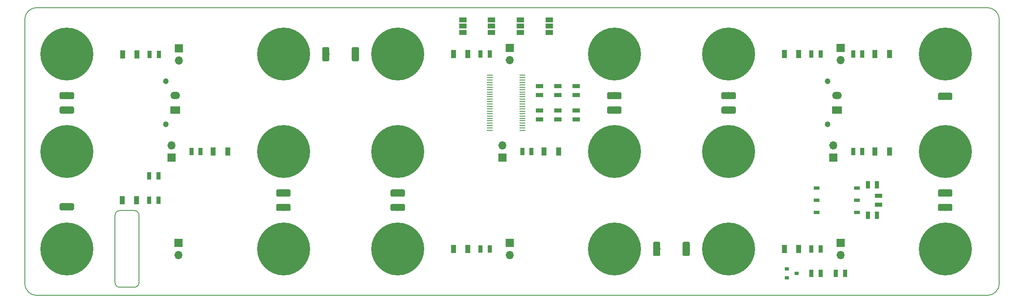
<source format=gbr>
%TF.GenerationSoftware,KiCad,Pcbnew,(5.0.0-rc2-dev-632-g76d3b6f04)*%
%TF.CreationDate,2018-06-22T20:28:34+02:00*%
%TF.ProjectId,CellsBoard,43656C6C73426F6172642E6B69636164,rev?*%
%TF.SameCoordinates,Original*%
%TF.FileFunction,Soldermask,Top*%
%TF.FilePolarity,Negative*%
%FSLAX46Y46*%
G04 Gerber Fmt 4.6, Leading zero omitted, Abs format (unit mm)*
G04 Created by KiCad (PCBNEW (5.0.0-rc2-dev-632-g76d3b6f04)) date 06/22/18 20:28:34*
%MOMM*%
%LPD*%
G01*
G04 APERTURE LIST*
%ADD10C,0.150000*%
%ADD11C,11.000000*%
%ADD12C,0.900000*%
%ADD13C,1.500000*%
%ADD14O,2.000000X1.500000*%
%ADD15R,2.000000X1.500000*%
%ADD16C,1.200000*%
%ADD17R,1.250000X0.250000*%
%ADD18R,1.300000X0.750000*%
%ADD19O,1.700000X1.700000*%
%ADD20R,1.700000X1.700000*%
%ADD21R,1.500000X0.970000*%
%ADD22R,0.970000X1.500000*%
%ADD23R,1.070000X1.800000*%
%ADD24R,1.500000X1.000000*%
%ADD25R,0.900000X0.800000*%
G04 APERTURE END LIST*
D10*
X69750000Y-132300000D02*
X72750000Y-132300000D01*
X68750000Y-147300000D02*
X68750000Y-133300000D01*
X72750000Y-148300000D02*
X69750000Y-148300000D01*
X73750000Y-133300000D02*
X73750000Y-147300000D01*
X69750000Y-148300000D02*
G75*
G02X68750000Y-147300000I0J1000000D01*
G01*
X68750000Y-133300000D02*
G75*
G02X69750000Y-132300000I1000000J0D01*
G01*
X72750000Y-132300000D02*
G75*
G02X73750000Y-133300000I0J-1000000D01*
G01*
X73750000Y-147300000D02*
G75*
G02X72750000Y-148300000I-1000000J0D01*
G01*
X250000000Y-90000000D02*
X52500000Y-90000000D01*
X250000000Y-90000000D02*
G75*
G02X252500000Y-92500000I0J-2500000D01*
G01*
X252500000Y-147500000D02*
X252500000Y-92500000D01*
X252500000Y-147500000D02*
G75*
G02X250000000Y-150000000I-2500000J0D01*
G01*
X52500000Y-150000000D02*
X250000000Y-150000000D01*
X52500000Y-150000000D02*
G75*
G02X50000000Y-147500000I0J2500000D01*
G01*
X50000000Y-92500000D02*
X50000000Y-147500000D01*
X50000000Y-92500000D02*
G75*
G02X52500000Y-90000000I2500000J0D01*
G01*
D11*
X103750000Y-99700000D03*
D12*
X107875000Y-99700000D03*
X106676815Y-102626815D03*
X103750000Y-103825000D03*
X100823185Y-102626815D03*
X99625000Y-99700000D03*
X100823185Y-96773185D03*
X103750000Y-95575000D03*
X106676815Y-96773185D03*
X131625000Y-99700000D03*
X123375000Y-99700000D03*
X127500000Y-103825000D03*
X124573185Y-96773185D03*
X130426815Y-96773185D03*
X130426815Y-102626815D03*
X127500000Y-95575000D03*
X124573185Y-102626815D03*
D11*
X127500000Y-99700000D03*
D10*
G36*
X119111756Y-98201806D02*
X119148159Y-98207206D01*
X119183857Y-98216147D01*
X119218506Y-98228545D01*
X119251774Y-98244280D01*
X119283339Y-98263199D01*
X119312897Y-98285121D01*
X119340165Y-98309835D01*
X119364879Y-98337103D01*
X119386801Y-98366661D01*
X119405720Y-98398226D01*
X119421455Y-98431494D01*
X119433853Y-98466143D01*
X119442794Y-98501841D01*
X119448194Y-98538244D01*
X119450000Y-98575000D01*
X119450000Y-100825000D01*
X119448194Y-100861756D01*
X119442794Y-100898159D01*
X119433853Y-100933857D01*
X119421455Y-100968506D01*
X119405720Y-101001774D01*
X119386801Y-101033339D01*
X119364879Y-101062897D01*
X119340165Y-101090165D01*
X119312897Y-101114879D01*
X119283339Y-101136801D01*
X119251774Y-101155720D01*
X119218506Y-101171455D01*
X119183857Y-101183853D01*
X119148159Y-101192794D01*
X119111756Y-101198194D01*
X119075000Y-101200000D01*
X118325000Y-101200000D01*
X118288244Y-101198194D01*
X118251841Y-101192794D01*
X118216143Y-101183853D01*
X118181494Y-101171455D01*
X118148226Y-101155720D01*
X118116661Y-101136801D01*
X118087103Y-101114879D01*
X118059835Y-101090165D01*
X118035121Y-101062897D01*
X118013199Y-101033339D01*
X117994280Y-101001774D01*
X117978545Y-100968506D01*
X117966147Y-100933857D01*
X117957206Y-100898159D01*
X117951806Y-100861756D01*
X117950000Y-100825000D01*
X117950000Y-98575000D01*
X117951806Y-98538244D01*
X117957206Y-98501841D01*
X117966147Y-98466143D01*
X117978545Y-98431494D01*
X117994280Y-98398226D01*
X118013199Y-98366661D01*
X118035121Y-98337103D01*
X118059835Y-98309835D01*
X118087103Y-98285121D01*
X118116661Y-98263199D01*
X118148226Y-98244280D01*
X118181494Y-98228545D01*
X118216143Y-98216147D01*
X118251841Y-98207206D01*
X118288244Y-98201806D01*
X118325000Y-98200000D01*
X119075000Y-98200000D01*
X119111756Y-98201806D01*
X119111756Y-98201806D01*
G37*
D13*
X118700000Y-99700000D03*
D10*
G36*
X112961756Y-98201806D02*
X112998159Y-98207206D01*
X113033857Y-98216147D01*
X113068506Y-98228545D01*
X113101774Y-98244280D01*
X113133339Y-98263199D01*
X113162897Y-98285121D01*
X113190165Y-98309835D01*
X113214879Y-98337103D01*
X113236801Y-98366661D01*
X113255720Y-98398226D01*
X113271455Y-98431494D01*
X113283853Y-98466143D01*
X113292794Y-98501841D01*
X113298194Y-98538244D01*
X113300000Y-98575000D01*
X113300000Y-100825000D01*
X113298194Y-100861756D01*
X113292794Y-100898159D01*
X113283853Y-100933857D01*
X113271455Y-100968506D01*
X113255720Y-101001774D01*
X113236801Y-101033339D01*
X113214879Y-101062897D01*
X113190165Y-101090165D01*
X113162897Y-101114879D01*
X113133339Y-101136801D01*
X113101774Y-101155720D01*
X113068506Y-101171455D01*
X113033857Y-101183853D01*
X112998159Y-101192794D01*
X112961756Y-101198194D01*
X112925000Y-101200000D01*
X112175000Y-101200000D01*
X112138244Y-101198194D01*
X112101841Y-101192794D01*
X112066143Y-101183853D01*
X112031494Y-101171455D01*
X111998226Y-101155720D01*
X111966661Y-101136801D01*
X111937103Y-101114879D01*
X111909835Y-101090165D01*
X111885121Y-101062897D01*
X111863199Y-101033339D01*
X111844280Y-101001774D01*
X111828545Y-100968506D01*
X111816147Y-100933857D01*
X111807206Y-100898159D01*
X111801806Y-100861756D01*
X111800000Y-100825000D01*
X111800000Y-98575000D01*
X111801806Y-98538244D01*
X111807206Y-98501841D01*
X111816147Y-98466143D01*
X111828545Y-98431494D01*
X111844280Y-98398226D01*
X111863199Y-98366661D01*
X111885121Y-98337103D01*
X111909835Y-98309835D01*
X111937103Y-98285121D01*
X111966661Y-98263199D01*
X111998226Y-98244280D01*
X112031494Y-98228545D01*
X112066143Y-98216147D01*
X112101841Y-98207206D01*
X112138244Y-98201806D01*
X112175000Y-98200000D01*
X112925000Y-98200000D01*
X112961756Y-98201806D01*
X112961756Y-98201806D01*
G37*
D13*
X112550000Y-99700000D03*
D11*
X172500000Y-140300000D03*
D12*
X176625000Y-140300000D03*
X175426815Y-143226815D03*
X172500000Y-144425000D03*
X169573185Y-143226815D03*
X168375000Y-140300000D03*
X169573185Y-137373185D03*
X172500000Y-136175000D03*
X175426815Y-137373185D03*
X200375000Y-140300000D03*
X192125000Y-140300000D03*
X196250000Y-144425000D03*
X193323185Y-137373185D03*
X199176815Y-137373185D03*
X199176815Y-143226815D03*
X196250000Y-136175000D03*
X193323185Y-143226815D03*
D11*
X196250000Y-140300000D03*
D10*
G36*
X187861756Y-138801806D02*
X187898159Y-138807206D01*
X187933857Y-138816147D01*
X187968506Y-138828545D01*
X188001774Y-138844280D01*
X188033339Y-138863199D01*
X188062897Y-138885121D01*
X188090165Y-138909835D01*
X188114879Y-138937103D01*
X188136801Y-138966661D01*
X188155720Y-138998226D01*
X188171455Y-139031494D01*
X188183853Y-139066143D01*
X188192794Y-139101841D01*
X188198194Y-139138244D01*
X188200000Y-139175000D01*
X188200000Y-141425000D01*
X188198194Y-141461756D01*
X188192794Y-141498159D01*
X188183853Y-141533857D01*
X188171455Y-141568506D01*
X188155720Y-141601774D01*
X188136801Y-141633339D01*
X188114879Y-141662897D01*
X188090165Y-141690165D01*
X188062897Y-141714879D01*
X188033339Y-141736801D01*
X188001774Y-141755720D01*
X187968506Y-141771455D01*
X187933857Y-141783853D01*
X187898159Y-141792794D01*
X187861756Y-141798194D01*
X187825000Y-141800000D01*
X187075000Y-141800000D01*
X187038244Y-141798194D01*
X187001841Y-141792794D01*
X186966143Y-141783853D01*
X186931494Y-141771455D01*
X186898226Y-141755720D01*
X186866661Y-141736801D01*
X186837103Y-141714879D01*
X186809835Y-141690165D01*
X186785121Y-141662897D01*
X186763199Y-141633339D01*
X186744280Y-141601774D01*
X186728545Y-141568506D01*
X186716147Y-141533857D01*
X186707206Y-141498159D01*
X186701806Y-141461756D01*
X186700000Y-141425000D01*
X186700000Y-139175000D01*
X186701806Y-139138244D01*
X186707206Y-139101841D01*
X186716147Y-139066143D01*
X186728545Y-139031494D01*
X186744280Y-138998226D01*
X186763199Y-138966661D01*
X186785121Y-138937103D01*
X186809835Y-138909835D01*
X186837103Y-138885121D01*
X186866661Y-138863199D01*
X186898226Y-138844280D01*
X186931494Y-138828545D01*
X186966143Y-138816147D01*
X187001841Y-138807206D01*
X187038244Y-138801806D01*
X187075000Y-138800000D01*
X187825000Y-138800000D01*
X187861756Y-138801806D01*
X187861756Y-138801806D01*
G37*
D13*
X187450000Y-140300000D03*
D10*
G36*
X181711756Y-138801806D02*
X181748159Y-138807206D01*
X181783857Y-138816147D01*
X181818506Y-138828545D01*
X181851774Y-138844280D01*
X181883339Y-138863199D01*
X181912897Y-138885121D01*
X181940165Y-138909835D01*
X181964879Y-138937103D01*
X181986801Y-138966661D01*
X182005720Y-138998226D01*
X182021455Y-139031494D01*
X182033853Y-139066143D01*
X182042794Y-139101841D01*
X182048194Y-139138244D01*
X182050000Y-139175000D01*
X182050000Y-141425000D01*
X182048194Y-141461756D01*
X182042794Y-141498159D01*
X182033853Y-141533857D01*
X182021455Y-141568506D01*
X182005720Y-141601774D01*
X181986801Y-141633339D01*
X181964879Y-141662897D01*
X181940165Y-141690165D01*
X181912897Y-141714879D01*
X181883339Y-141736801D01*
X181851774Y-141755720D01*
X181818506Y-141771455D01*
X181783857Y-141783853D01*
X181748159Y-141792794D01*
X181711756Y-141798194D01*
X181675000Y-141800000D01*
X180925000Y-141800000D01*
X180888244Y-141798194D01*
X180851841Y-141792794D01*
X180816143Y-141783853D01*
X180781494Y-141771455D01*
X180748226Y-141755720D01*
X180716661Y-141736801D01*
X180687103Y-141714879D01*
X180659835Y-141690165D01*
X180635121Y-141662897D01*
X180613199Y-141633339D01*
X180594280Y-141601774D01*
X180578545Y-141568506D01*
X180566147Y-141533857D01*
X180557206Y-141498159D01*
X180551806Y-141461756D01*
X180550000Y-141425000D01*
X180550000Y-139175000D01*
X180551806Y-139138244D01*
X180557206Y-139101841D01*
X180566147Y-139066143D01*
X180578545Y-139031494D01*
X180594280Y-138998226D01*
X180613199Y-138966661D01*
X180635121Y-138937103D01*
X180659835Y-138909835D01*
X180687103Y-138885121D01*
X180716661Y-138863199D01*
X180748226Y-138844280D01*
X180781494Y-138828545D01*
X180816143Y-138816147D01*
X180851841Y-138807206D01*
X180888244Y-138801806D01*
X180925000Y-138800000D01*
X181675000Y-138800000D01*
X181711756Y-138801806D01*
X181711756Y-138801806D01*
G37*
D13*
X181300000Y-140300000D03*
D11*
X103750000Y-120000000D03*
D12*
X103750000Y-124125000D03*
X100823185Y-122926815D03*
X99625000Y-120000000D03*
X100823185Y-117073185D03*
X103750000Y-115875000D03*
X106676815Y-117073185D03*
X107875000Y-120000000D03*
X106676815Y-122926815D03*
X103750000Y-144425000D03*
X103750000Y-136175000D03*
X99625000Y-140300000D03*
X106676815Y-137373185D03*
X106676815Y-143226815D03*
X100823185Y-143226815D03*
X107875000Y-140300000D03*
X100823185Y-137373185D03*
D11*
X103750000Y-140300000D03*
D10*
G36*
X104911756Y-130901806D02*
X104948159Y-130907206D01*
X104983857Y-130916147D01*
X105018506Y-130928545D01*
X105051774Y-130944280D01*
X105083339Y-130963199D01*
X105112897Y-130985121D01*
X105140165Y-131009835D01*
X105164879Y-131037103D01*
X105186801Y-131066661D01*
X105205720Y-131098226D01*
X105221455Y-131131494D01*
X105233853Y-131166143D01*
X105242794Y-131201841D01*
X105248194Y-131238244D01*
X105250000Y-131275000D01*
X105250000Y-132025000D01*
X105248194Y-132061756D01*
X105242794Y-132098159D01*
X105233853Y-132133857D01*
X105221455Y-132168506D01*
X105205720Y-132201774D01*
X105186801Y-132233339D01*
X105164879Y-132262897D01*
X105140165Y-132290165D01*
X105112897Y-132314879D01*
X105083339Y-132336801D01*
X105051774Y-132355720D01*
X105018506Y-132371455D01*
X104983857Y-132383853D01*
X104948159Y-132392794D01*
X104911756Y-132398194D01*
X104875000Y-132400000D01*
X102625000Y-132400000D01*
X102588244Y-132398194D01*
X102551841Y-132392794D01*
X102516143Y-132383853D01*
X102481494Y-132371455D01*
X102448226Y-132355720D01*
X102416661Y-132336801D01*
X102387103Y-132314879D01*
X102359835Y-132290165D01*
X102335121Y-132262897D01*
X102313199Y-132233339D01*
X102294280Y-132201774D01*
X102278545Y-132168506D01*
X102266147Y-132133857D01*
X102257206Y-132098159D01*
X102251806Y-132061756D01*
X102250000Y-132025000D01*
X102250000Y-131275000D01*
X102251806Y-131238244D01*
X102257206Y-131201841D01*
X102266147Y-131166143D01*
X102278545Y-131131494D01*
X102294280Y-131098226D01*
X102313199Y-131066661D01*
X102335121Y-131037103D01*
X102359835Y-131009835D01*
X102387103Y-130985121D01*
X102416661Y-130963199D01*
X102448226Y-130944280D01*
X102481494Y-130928545D01*
X102516143Y-130916147D01*
X102551841Y-130907206D01*
X102588244Y-130901806D01*
X102625000Y-130900000D01*
X104875000Y-130900000D01*
X104911756Y-130901806D01*
X104911756Y-130901806D01*
G37*
D13*
X103750000Y-131650000D03*
D10*
G36*
X104911756Y-127901806D02*
X104948159Y-127907206D01*
X104983857Y-127916147D01*
X105018506Y-127928545D01*
X105051774Y-127944280D01*
X105083339Y-127963199D01*
X105112897Y-127985121D01*
X105140165Y-128009835D01*
X105164879Y-128037103D01*
X105186801Y-128066661D01*
X105205720Y-128098226D01*
X105221455Y-128131494D01*
X105233853Y-128166143D01*
X105242794Y-128201841D01*
X105248194Y-128238244D01*
X105250000Y-128275000D01*
X105250000Y-129025000D01*
X105248194Y-129061756D01*
X105242794Y-129098159D01*
X105233853Y-129133857D01*
X105221455Y-129168506D01*
X105205720Y-129201774D01*
X105186801Y-129233339D01*
X105164879Y-129262897D01*
X105140165Y-129290165D01*
X105112897Y-129314879D01*
X105083339Y-129336801D01*
X105051774Y-129355720D01*
X105018506Y-129371455D01*
X104983857Y-129383853D01*
X104948159Y-129392794D01*
X104911756Y-129398194D01*
X104875000Y-129400000D01*
X102625000Y-129400000D01*
X102588244Y-129398194D01*
X102551841Y-129392794D01*
X102516143Y-129383853D01*
X102481494Y-129371455D01*
X102448226Y-129355720D01*
X102416661Y-129336801D01*
X102387103Y-129314879D01*
X102359835Y-129290165D01*
X102335121Y-129262897D01*
X102313199Y-129233339D01*
X102294280Y-129201774D01*
X102278545Y-129168506D01*
X102266147Y-129133857D01*
X102257206Y-129098159D01*
X102251806Y-129061756D01*
X102250000Y-129025000D01*
X102250000Y-128275000D01*
X102251806Y-128238244D01*
X102257206Y-128201841D01*
X102266147Y-128166143D01*
X102278545Y-128131494D01*
X102294280Y-128098226D01*
X102313199Y-128066661D01*
X102335121Y-128037103D01*
X102359835Y-128009835D01*
X102387103Y-127985121D01*
X102416661Y-127963199D01*
X102448226Y-127944280D01*
X102481494Y-127928545D01*
X102516143Y-127916147D01*
X102551841Y-127907206D01*
X102588244Y-127901806D01*
X102625000Y-127900000D01*
X104875000Y-127900000D01*
X104911756Y-127901806D01*
X104911756Y-127901806D01*
G37*
D13*
X103750000Y-128650000D03*
D11*
X58750000Y-99700000D03*
D12*
X58750000Y-103825000D03*
X55823185Y-102626815D03*
X54625000Y-99700000D03*
X55823185Y-96773185D03*
X58750000Y-95575000D03*
X61676815Y-96773185D03*
X62875000Y-99700000D03*
X61676815Y-102626815D03*
X58750000Y-124125000D03*
X58750000Y-115875000D03*
X54625000Y-120000000D03*
X61676815Y-117073185D03*
X61676815Y-122926815D03*
X55823185Y-122926815D03*
X62875000Y-120000000D03*
X55823185Y-117073185D03*
D11*
X58750000Y-120000000D03*
D10*
G36*
X59911756Y-110601806D02*
X59948159Y-110607206D01*
X59983857Y-110616147D01*
X60018506Y-110628545D01*
X60051774Y-110644280D01*
X60083339Y-110663199D01*
X60112897Y-110685121D01*
X60140165Y-110709835D01*
X60164879Y-110737103D01*
X60186801Y-110766661D01*
X60205720Y-110798226D01*
X60221455Y-110831494D01*
X60233853Y-110866143D01*
X60242794Y-110901841D01*
X60248194Y-110938244D01*
X60250000Y-110975000D01*
X60250000Y-111725000D01*
X60248194Y-111761756D01*
X60242794Y-111798159D01*
X60233853Y-111833857D01*
X60221455Y-111868506D01*
X60205720Y-111901774D01*
X60186801Y-111933339D01*
X60164879Y-111962897D01*
X60140165Y-111990165D01*
X60112897Y-112014879D01*
X60083339Y-112036801D01*
X60051774Y-112055720D01*
X60018506Y-112071455D01*
X59983857Y-112083853D01*
X59948159Y-112092794D01*
X59911756Y-112098194D01*
X59875000Y-112100000D01*
X57625000Y-112100000D01*
X57588244Y-112098194D01*
X57551841Y-112092794D01*
X57516143Y-112083853D01*
X57481494Y-112071455D01*
X57448226Y-112055720D01*
X57416661Y-112036801D01*
X57387103Y-112014879D01*
X57359835Y-111990165D01*
X57335121Y-111962897D01*
X57313199Y-111933339D01*
X57294280Y-111901774D01*
X57278545Y-111868506D01*
X57266147Y-111833857D01*
X57257206Y-111798159D01*
X57251806Y-111761756D01*
X57250000Y-111725000D01*
X57250000Y-110975000D01*
X57251806Y-110938244D01*
X57257206Y-110901841D01*
X57266147Y-110866143D01*
X57278545Y-110831494D01*
X57294280Y-110798226D01*
X57313199Y-110766661D01*
X57335121Y-110737103D01*
X57359835Y-110709835D01*
X57387103Y-110685121D01*
X57416661Y-110663199D01*
X57448226Y-110644280D01*
X57481494Y-110628545D01*
X57516143Y-110616147D01*
X57551841Y-110607206D01*
X57588244Y-110601806D01*
X57625000Y-110600000D01*
X59875000Y-110600000D01*
X59911756Y-110601806D01*
X59911756Y-110601806D01*
G37*
D13*
X58750000Y-111350000D03*
D10*
G36*
X59911756Y-107601806D02*
X59948159Y-107607206D01*
X59983857Y-107616147D01*
X60018506Y-107628545D01*
X60051774Y-107644280D01*
X60083339Y-107663199D01*
X60112897Y-107685121D01*
X60140165Y-107709835D01*
X60164879Y-107737103D01*
X60186801Y-107766661D01*
X60205720Y-107798226D01*
X60221455Y-107831494D01*
X60233853Y-107866143D01*
X60242794Y-107901841D01*
X60248194Y-107938244D01*
X60250000Y-107975000D01*
X60250000Y-108725000D01*
X60248194Y-108761756D01*
X60242794Y-108798159D01*
X60233853Y-108833857D01*
X60221455Y-108868506D01*
X60205720Y-108901774D01*
X60186801Y-108933339D01*
X60164879Y-108962897D01*
X60140165Y-108990165D01*
X60112897Y-109014879D01*
X60083339Y-109036801D01*
X60051774Y-109055720D01*
X60018506Y-109071455D01*
X59983857Y-109083853D01*
X59948159Y-109092794D01*
X59911756Y-109098194D01*
X59875000Y-109100000D01*
X57625000Y-109100000D01*
X57588244Y-109098194D01*
X57551841Y-109092794D01*
X57516143Y-109083853D01*
X57481494Y-109071455D01*
X57448226Y-109055720D01*
X57416661Y-109036801D01*
X57387103Y-109014879D01*
X57359835Y-108990165D01*
X57335121Y-108962897D01*
X57313199Y-108933339D01*
X57294280Y-108901774D01*
X57278545Y-108868506D01*
X57266147Y-108833857D01*
X57257206Y-108798159D01*
X57251806Y-108761756D01*
X57250000Y-108725000D01*
X57250000Y-107975000D01*
X57251806Y-107938244D01*
X57257206Y-107901841D01*
X57266147Y-107866143D01*
X57278545Y-107831494D01*
X57294280Y-107798226D01*
X57313199Y-107766661D01*
X57335121Y-107737103D01*
X57359835Y-107709835D01*
X57387103Y-107685121D01*
X57416661Y-107663199D01*
X57448226Y-107644280D01*
X57481494Y-107628545D01*
X57516143Y-107616147D01*
X57551841Y-107607206D01*
X57588244Y-107601806D01*
X57625000Y-107600000D01*
X59875000Y-107600000D01*
X59911756Y-107601806D01*
X59911756Y-107601806D01*
G37*
D13*
X58750000Y-108350000D03*
D11*
X172500000Y-120000000D03*
D12*
X172500000Y-115875000D03*
X175426815Y-117073185D03*
X176625000Y-120000000D03*
X175426815Y-122926815D03*
X172500000Y-124125000D03*
X169573185Y-122926815D03*
X168375000Y-120000000D03*
X169573185Y-117073185D03*
X172500000Y-95575000D03*
X172500000Y-103825000D03*
X176625000Y-99700000D03*
X169573185Y-102626815D03*
X169573185Y-96773185D03*
X175426815Y-96773185D03*
X168375000Y-99700000D03*
X175426815Y-102626815D03*
D11*
X172500000Y-99700000D03*
D10*
G36*
X173661756Y-107601806D02*
X173698159Y-107607206D01*
X173733857Y-107616147D01*
X173768506Y-107628545D01*
X173801774Y-107644280D01*
X173833339Y-107663199D01*
X173862897Y-107685121D01*
X173890165Y-107709835D01*
X173914879Y-107737103D01*
X173936801Y-107766661D01*
X173955720Y-107798226D01*
X173971455Y-107831494D01*
X173983853Y-107866143D01*
X173992794Y-107901841D01*
X173998194Y-107938244D01*
X174000000Y-107975000D01*
X174000000Y-108725000D01*
X173998194Y-108761756D01*
X173992794Y-108798159D01*
X173983853Y-108833857D01*
X173971455Y-108868506D01*
X173955720Y-108901774D01*
X173936801Y-108933339D01*
X173914879Y-108962897D01*
X173890165Y-108990165D01*
X173862897Y-109014879D01*
X173833339Y-109036801D01*
X173801774Y-109055720D01*
X173768506Y-109071455D01*
X173733857Y-109083853D01*
X173698159Y-109092794D01*
X173661756Y-109098194D01*
X173625000Y-109100000D01*
X171375000Y-109100000D01*
X171338244Y-109098194D01*
X171301841Y-109092794D01*
X171266143Y-109083853D01*
X171231494Y-109071455D01*
X171198226Y-109055720D01*
X171166661Y-109036801D01*
X171137103Y-109014879D01*
X171109835Y-108990165D01*
X171085121Y-108962897D01*
X171063199Y-108933339D01*
X171044280Y-108901774D01*
X171028545Y-108868506D01*
X171016147Y-108833857D01*
X171007206Y-108798159D01*
X171001806Y-108761756D01*
X171000000Y-108725000D01*
X171000000Y-107975000D01*
X171001806Y-107938244D01*
X171007206Y-107901841D01*
X171016147Y-107866143D01*
X171028545Y-107831494D01*
X171044280Y-107798226D01*
X171063199Y-107766661D01*
X171085121Y-107737103D01*
X171109835Y-107709835D01*
X171137103Y-107685121D01*
X171166661Y-107663199D01*
X171198226Y-107644280D01*
X171231494Y-107628545D01*
X171266143Y-107616147D01*
X171301841Y-107607206D01*
X171338244Y-107601806D01*
X171375000Y-107600000D01*
X173625000Y-107600000D01*
X173661756Y-107601806D01*
X173661756Y-107601806D01*
G37*
D13*
X172500000Y-108350000D03*
D10*
G36*
X173661756Y-110601806D02*
X173698159Y-110607206D01*
X173733857Y-110616147D01*
X173768506Y-110628545D01*
X173801774Y-110644280D01*
X173833339Y-110663199D01*
X173862897Y-110685121D01*
X173890165Y-110709835D01*
X173914879Y-110737103D01*
X173936801Y-110766661D01*
X173955720Y-110798226D01*
X173971455Y-110831494D01*
X173983853Y-110866143D01*
X173992794Y-110901841D01*
X173998194Y-110938244D01*
X174000000Y-110975000D01*
X174000000Y-111725000D01*
X173998194Y-111761756D01*
X173992794Y-111798159D01*
X173983853Y-111833857D01*
X173971455Y-111868506D01*
X173955720Y-111901774D01*
X173936801Y-111933339D01*
X173914879Y-111962897D01*
X173890165Y-111990165D01*
X173862897Y-112014879D01*
X173833339Y-112036801D01*
X173801774Y-112055720D01*
X173768506Y-112071455D01*
X173733857Y-112083853D01*
X173698159Y-112092794D01*
X173661756Y-112098194D01*
X173625000Y-112100000D01*
X171375000Y-112100000D01*
X171338244Y-112098194D01*
X171301841Y-112092794D01*
X171266143Y-112083853D01*
X171231494Y-112071455D01*
X171198226Y-112055720D01*
X171166661Y-112036801D01*
X171137103Y-112014879D01*
X171109835Y-111990165D01*
X171085121Y-111962897D01*
X171063199Y-111933339D01*
X171044280Y-111901774D01*
X171028545Y-111868506D01*
X171016147Y-111833857D01*
X171007206Y-111798159D01*
X171001806Y-111761756D01*
X171000000Y-111725000D01*
X171000000Y-110975000D01*
X171001806Y-110938244D01*
X171007206Y-110901841D01*
X171016147Y-110866143D01*
X171028545Y-110831494D01*
X171044280Y-110798226D01*
X171063199Y-110766661D01*
X171085121Y-110737103D01*
X171109835Y-110709835D01*
X171137103Y-110685121D01*
X171166661Y-110663199D01*
X171198226Y-110644280D01*
X171231494Y-110628545D01*
X171266143Y-110616147D01*
X171301841Y-110607206D01*
X171338244Y-110601806D01*
X171375000Y-110600000D01*
X173625000Y-110600000D01*
X173661756Y-110601806D01*
X173661756Y-110601806D01*
G37*
D13*
X172500000Y-111350000D03*
D11*
X127500000Y-140300000D03*
D12*
X127500000Y-136175000D03*
X130426815Y-137373185D03*
X131625000Y-140300000D03*
X130426815Y-143226815D03*
X127500000Y-144425000D03*
X124573185Y-143226815D03*
X123375000Y-140300000D03*
X124573185Y-137373185D03*
X127500000Y-115875000D03*
X127500000Y-124125000D03*
X131625000Y-120000000D03*
X124573185Y-122926815D03*
X124573185Y-117073185D03*
X130426815Y-117073185D03*
X123375000Y-120000000D03*
X130426815Y-122926815D03*
D11*
X127500000Y-120000000D03*
D10*
G36*
X128661756Y-127901806D02*
X128698159Y-127907206D01*
X128733857Y-127916147D01*
X128768506Y-127928545D01*
X128801774Y-127944280D01*
X128833339Y-127963199D01*
X128862897Y-127985121D01*
X128890165Y-128009835D01*
X128914879Y-128037103D01*
X128936801Y-128066661D01*
X128955720Y-128098226D01*
X128971455Y-128131494D01*
X128983853Y-128166143D01*
X128992794Y-128201841D01*
X128998194Y-128238244D01*
X129000000Y-128275000D01*
X129000000Y-129025000D01*
X128998194Y-129061756D01*
X128992794Y-129098159D01*
X128983853Y-129133857D01*
X128971455Y-129168506D01*
X128955720Y-129201774D01*
X128936801Y-129233339D01*
X128914879Y-129262897D01*
X128890165Y-129290165D01*
X128862897Y-129314879D01*
X128833339Y-129336801D01*
X128801774Y-129355720D01*
X128768506Y-129371455D01*
X128733857Y-129383853D01*
X128698159Y-129392794D01*
X128661756Y-129398194D01*
X128625000Y-129400000D01*
X126375000Y-129400000D01*
X126338244Y-129398194D01*
X126301841Y-129392794D01*
X126266143Y-129383853D01*
X126231494Y-129371455D01*
X126198226Y-129355720D01*
X126166661Y-129336801D01*
X126137103Y-129314879D01*
X126109835Y-129290165D01*
X126085121Y-129262897D01*
X126063199Y-129233339D01*
X126044280Y-129201774D01*
X126028545Y-129168506D01*
X126016147Y-129133857D01*
X126007206Y-129098159D01*
X126001806Y-129061756D01*
X126000000Y-129025000D01*
X126000000Y-128275000D01*
X126001806Y-128238244D01*
X126007206Y-128201841D01*
X126016147Y-128166143D01*
X126028545Y-128131494D01*
X126044280Y-128098226D01*
X126063199Y-128066661D01*
X126085121Y-128037103D01*
X126109835Y-128009835D01*
X126137103Y-127985121D01*
X126166661Y-127963199D01*
X126198226Y-127944280D01*
X126231494Y-127928545D01*
X126266143Y-127916147D01*
X126301841Y-127907206D01*
X126338244Y-127901806D01*
X126375000Y-127900000D01*
X128625000Y-127900000D01*
X128661756Y-127901806D01*
X128661756Y-127901806D01*
G37*
D13*
X127500000Y-128650000D03*
D10*
G36*
X128661756Y-130901806D02*
X128698159Y-130907206D01*
X128733857Y-130916147D01*
X128768506Y-130928545D01*
X128801774Y-130944280D01*
X128833339Y-130963199D01*
X128862897Y-130985121D01*
X128890165Y-131009835D01*
X128914879Y-131037103D01*
X128936801Y-131066661D01*
X128955720Y-131098226D01*
X128971455Y-131131494D01*
X128983853Y-131166143D01*
X128992794Y-131201841D01*
X128998194Y-131238244D01*
X129000000Y-131275000D01*
X129000000Y-132025000D01*
X128998194Y-132061756D01*
X128992794Y-132098159D01*
X128983853Y-132133857D01*
X128971455Y-132168506D01*
X128955720Y-132201774D01*
X128936801Y-132233339D01*
X128914879Y-132262897D01*
X128890165Y-132290165D01*
X128862897Y-132314879D01*
X128833339Y-132336801D01*
X128801774Y-132355720D01*
X128768506Y-132371455D01*
X128733857Y-132383853D01*
X128698159Y-132392794D01*
X128661756Y-132398194D01*
X128625000Y-132400000D01*
X126375000Y-132400000D01*
X126338244Y-132398194D01*
X126301841Y-132392794D01*
X126266143Y-132383853D01*
X126231494Y-132371455D01*
X126198226Y-132355720D01*
X126166661Y-132336801D01*
X126137103Y-132314879D01*
X126109835Y-132290165D01*
X126085121Y-132262897D01*
X126063199Y-132233339D01*
X126044280Y-132201774D01*
X126028545Y-132168506D01*
X126016147Y-132133857D01*
X126007206Y-132098159D01*
X126001806Y-132061756D01*
X126000000Y-132025000D01*
X126000000Y-131275000D01*
X126001806Y-131238244D01*
X126007206Y-131201841D01*
X126016147Y-131166143D01*
X126028545Y-131131494D01*
X126044280Y-131098226D01*
X126063199Y-131066661D01*
X126085121Y-131037103D01*
X126109835Y-131009835D01*
X126137103Y-130985121D01*
X126166661Y-130963199D01*
X126198226Y-130944280D01*
X126231494Y-130928545D01*
X126266143Y-130916147D01*
X126301841Y-130907206D01*
X126338244Y-130901806D01*
X126375000Y-130900000D01*
X128625000Y-130900000D01*
X128661756Y-130901806D01*
X128661756Y-130901806D01*
G37*
D13*
X127500000Y-131650000D03*
D11*
X241250000Y-120000000D03*
D12*
X241250000Y-124125000D03*
X238323185Y-122926815D03*
X237125000Y-120000000D03*
X238323185Y-117073185D03*
X241250000Y-115875000D03*
X244176815Y-117073185D03*
X245375000Y-120000000D03*
X244176815Y-122926815D03*
X241250000Y-144425000D03*
X241250000Y-136175000D03*
X237125000Y-140300000D03*
X244176815Y-137373185D03*
X244176815Y-143226815D03*
X238323185Y-143226815D03*
X245375000Y-140300000D03*
X238323185Y-137373185D03*
D11*
X241250000Y-140300000D03*
D10*
G36*
X242411756Y-130901806D02*
X242448159Y-130907206D01*
X242483857Y-130916147D01*
X242518506Y-130928545D01*
X242551774Y-130944280D01*
X242583339Y-130963199D01*
X242612897Y-130985121D01*
X242640165Y-131009835D01*
X242664879Y-131037103D01*
X242686801Y-131066661D01*
X242705720Y-131098226D01*
X242721455Y-131131494D01*
X242733853Y-131166143D01*
X242742794Y-131201841D01*
X242748194Y-131238244D01*
X242750000Y-131275000D01*
X242750000Y-132025000D01*
X242748194Y-132061756D01*
X242742794Y-132098159D01*
X242733853Y-132133857D01*
X242721455Y-132168506D01*
X242705720Y-132201774D01*
X242686801Y-132233339D01*
X242664879Y-132262897D01*
X242640165Y-132290165D01*
X242612897Y-132314879D01*
X242583339Y-132336801D01*
X242551774Y-132355720D01*
X242518506Y-132371455D01*
X242483857Y-132383853D01*
X242448159Y-132392794D01*
X242411756Y-132398194D01*
X242375000Y-132400000D01*
X240125000Y-132400000D01*
X240088244Y-132398194D01*
X240051841Y-132392794D01*
X240016143Y-132383853D01*
X239981494Y-132371455D01*
X239948226Y-132355720D01*
X239916661Y-132336801D01*
X239887103Y-132314879D01*
X239859835Y-132290165D01*
X239835121Y-132262897D01*
X239813199Y-132233339D01*
X239794280Y-132201774D01*
X239778545Y-132168506D01*
X239766147Y-132133857D01*
X239757206Y-132098159D01*
X239751806Y-132061756D01*
X239750000Y-132025000D01*
X239750000Y-131275000D01*
X239751806Y-131238244D01*
X239757206Y-131201841D01*
X239766147Y-131166143D01*
X239778545Y-131131494D01*
X239794280Y-131098226D01*
X239813199Y-131066661D01*
X239835121Y-131037103D01*
X239859835Y-131009835D01*
X239887103Y-130985121D01*
X239916661Y-130963199D01*
X239948226Y-130944280D01*
X239981494Y-130928545D01*
X240016143Y-130916147D01*
X240051841Y-130907206D01*
X240088244Y-130901806D01*
X240125000Y-130900000D01*
X242375000Y-130900000D01*
X242411756Y-130901806D01*
X242411756Y-130901806D01*
G37*
D13*
X241250000Y-131650000D03*
D10*
G36*
X242411756Y-127901806D02*
X242448159Y-127907206D01*
X242483857Y-127916147D01*
X242518506Y-127928545D01*
X242551774Y-127944280D01*
X242583339Y-127963199D01*
X242612897Y-127985121D01*
X242640165Y-128009835D01*
X242664879Y-128037103D01*
X242686801Y-128066661D01*
X242705720Y-128098226D01*
X242721455Y-128131494D01*
X242733853Y-128166143D01*
X242742794Y-128201841D01*
X242748194Y-128238244D01*
X242750000Y-128275000D01*
X242750000Y-129025000D01*
X242748194Y-129061756D01*
X242742794Y-129098159D01*
X242733853Y-129133857D01*
X242721455Y-129168506D01*
X242705720Y-129201774D01*
X242686801Y-129233339D01*
X242664879Y-129262897D01*
X242640165Y-129290165D01*
X242612897Y-129314879D01*
X242583339Y-129336801D01*
X242551774Y-129355720D01*
X242518506Y-129371455D01*
X242483857Y-129383853D01*
X242448159Y-129392794D01*
X242411756Y-129398194D01*
X242375000Y-129400000D01*
X240125000Y-129400000D01*
X240088244Y-129398194D01*
X240051841Y-129392794D01*
X240016143Y-129383853D01*
X239981494Y-129371455D01*
X239948226Y-129355720D01*
X239916661Y-129336801D01*
X239887103Y-129314879D01*
X239859835Y-129290165D01*
X239835121Y-129262897D01*
X239813199Y-129233339D01*
X239794280Y-129201774D01*
X239778545Y-129168506D01*
X239766147Y-129133857D01*
X239757206Y-129098159D01*
X239751806Y-129061756D01*
X239750000Y-129025000D01*
X239750000Y-128275000D01*
X239751806Y-128238244D01*
X239757206Y-128201841D01*
X239766147Y-128166143D01*
X239778545Y-128131494D01*
X239794280Y-128098226D01*
X239813199Y-128066661D01*
X239835121Y-128037103D01*
X239859835Y-128009835D01*
X239887103Y-127985121D01*
X239916661Y-127963199D01*
X239948226Y-127944280D01*
X239981494Y-127928545D01*
X240016143Y-127916147D01*
X240051841Y-127907206D01*
X240088244Y-127901806D01*
X240125000Y-127900000D01*
X242375000Y-127900000D01*
X242411756Y-127901806D01*
X242411756Y-127901806D01*
G37*
D13*
X241250000Y-128650000D03*
D11*
X196250000Y-99700000D03*
D12*
X196250000Y-103825000D03*
X193323185Y-102626815D03*
X192125000Y-99700000D03*
X193323185Y-96773185D03*
X196250000Y-95575000D03*
X199176815Y-96773185D03*
X200375000Y-99700000D03*
X199176815Y-102626815D03*
X196250000Y-124125000D03*
X196250000Y-115875000D03*
X192125000Y-120000000D03*
X199176815Y-117073185D03*
X199176815Y-122926815D03*
X193323185Y-122926815D03*
X200375000Y-120000000D03*
X193323185Y-117073185D03*
D11*
X196250000Y-120000000D03*
D10*
G36*
X197411756Y-110601806D02*
X197448159Y-110607206D01*
X197483857Y-110616147D01*
X197518506Y-110628545D01*
X197551774Y-110644280D01*
X197583339Y-110663199D01*
X197612897Y-110685121D01*
X197640165Y-110709835D01*
X197664879Y-110737103D01*
X197686801Y-110766661D01*
X197705720Y-110798226D01*
X197721455Y-110831494D01*
X197733853Y-110866143D01*
X197742794Y-110901841D01*
X197748194Y-110938244D01*
X197750000Y-110975000D01*
X197750000Y-111725000D01*
X197748194Y-111761756D01*
X197742794Y-111798159D01*
X197733853Y-111833857D01*
X197721455Y-111868506D01*
X197705720Y-111901774D01*
X197686801Y-111933339D01*
X197664879Y-111962897D01*
X197640165Y-111990165D01*
X197612897Y-112014879D01*
X197583339Y-112036801D01*
X197551774Y-112055720D01*
X197518506Y-112071455D01*
X197483857Y-112083853D01*
X197448159Y-112092794D01*
X197411756Y-112098194D01*
X197375000Y-112100000D01*
X195125000Y-112100000D01*
X195088244Y-112098194D01*
X195051841Y-112092794D01*
X195016143Y-112083853D01*
X194981494Y-112071455D01*
X194948226Y-112055720D01*
X194916661Y-112036801D01*
X194887103Y-112014879D01*
X194859835Y-111990165D01*
X194835121Y-111962897D01*
X194813199Y-111933339D01*
X194794280Y-111901774D01*
X194778545Y-111868506D01*
X194766147Y-111833857D01*
X194757206Y-111798159D01*
X194751806Y-111761756D01*
X194750000Y-111725000D01*
X194750000Y-110975000D01*
X194751806Y-110938244D01*
X194757206Y-110901841D01*
X194766147Y-110866143D01*
X194778545Y-110831494D01*
X194794280Y-110798226D01*
X194813199Y-110766661D01*
X194835121Y-110737103D01*
X194859835Y-110709835D01*
X194887103Y-110685121D01*
X194916661Y-110663199D01*
X194948226Y-110644280D01*
X194981494Y-110628545D01*
X195016143Y-110616147D01*
X195051841Y-110607206D01*
X195088244Y-110601806D01*
X195125000Y-110600000D01*
X197375000Y-110600000D01*
X197411756Y-110601806D01*
X197411756Y-110601806D01*
G37*
D13*
X196250000Y-111350000D03*
D10*
G36*
X197411756Y-107601806D02*
X197448159Y-107607206D01*
X197483857Y-107616147D01*
X197518506Y-107628545D01*
X197551774Y-107644280D01*
X197583339Y-107663199D01*
X197612897Y-107685121D01*
X197640165Y-107709835D01*
X197664879Y-107737103D01*
X197686801Y-107766661D01*
X197705720Y-107798226D01*
X197721455Y-107831494D01*
X197733853Y-107866143D01*
X197742794Y-107901841D01*
X197748194Y-107938244D01*
X197750000Y-107975000D01*
X197750000Y-108725000D01*
X197748194Y-108761756D01*
X197742794Y-108798159D01*
X197733853Y-108833857D01*
X197721455Y-108868506D01*
X197705720Y-108901774D01*
X197686801Y-108933339D01*
X197664879Y-108962897D01*
X197640165Y-108990165D01*
X197612897Y-109014879D01*
X197583339Y-109036801D01*
X197551774Y-109055720D01*
X197518506Y-109071455D01*
X197483857Y-109083853D01*
X197448159Y-109092794D01*
X197411756Y-109098194D01*
X197375000Y-109100000D01*
X195125000Y-109100000D01*
X195088244Y-109098194D01*
X195051841Y-109092794D01*
X195016143Y-109083853D01*
X194981494Y-109071455D01*
X194948226Y-109055720D01*
X194916661Y-109036801D01*
X194887103Y-109014879D01*
X194859835Y-108990165D01*
X194835121Y-108962897D01*
X194813199Y-108933339D01*
X194794280Y-108901774D01*
X194778545Y-108868506D01*
X194766147Y-108833857D01*
X194757206Y-108798159D01*
X194751806Y-108761756D01*
X194750000Y-108725000D01*
X194750000Y-107975000D01*
X194751806Y-107938244D01*
X194757206Y-107901841D01*
X194766147Y-107866143D01*
X194778545Y-107831494D01*
X194794280Y-107798226D01*
X194813199Y-107766661D01*
X194835121Y-107737103D01*
X194859835Y-107709835D01*
X194887103Y-107685121D01*
X194916661Y-107663199D01*
X194948226Y-107644280D01*
X194981494Y-107628545D01*
X195016143Y-107616147D01*
X195051841Y-107607206D01*
X195088244Y-107601806D01*
X195125000Y-107600000D01*
X197375000Y-107600000D01*
X197411756Y-107601806D01*
X197411756Y-107601806D01*
G37*
D13*
X196250000Y-108350000D03*
D10*
G36*
X59911756Y-130751806D02*
X59948159Y-130757206D01*
X59983857Y-130766147D01*
X60018506Y-130778545D01*
X60051774Y-130794280D01*
X60083339Y-130813199D01*
X60112897Y-130835121D01*
X60140165Y-130859835D01*
X60164879Y-130887103D01*
X60186801Y-130916661D01*
X60205720Y-130948226D01*
X60221455Y-130981494D01*
X60233853Y-131016143D01*
X60242794Y-131051841D01*
X60248194Y-131088244D01*
X60250000Y-131125000D01*
X60250000Y-131875000D01*
X60248194Y-131911756D01*
X60242794Y-131948159D01*
X60233853Y-131983857D01*
X60221455Y-132018506D01*
X60205720Y-132051774D01*
X60186801Y-132083339D01*
X60164879Y-132112897D01*
X60140165Y-132140165D01*
X60112897Y-132164879D01*
X60083339Y-132186801D01*
X60051774Y-132205720D01*
X60018506Y-132221455D01*
X59983857Y-132233853D01*
X59948159Y-132242794D01*
X59911756Y-132248194D01*
X59875000Y-132250000D01*
X57625000Y-132250000D01*
X57588244Y-132248194D01*
X57551841Y-132242794D01*
X57516143Y-132233853D01*
X57481494Y-132221455D01*
X57448226Y-132205720D01*
X57416661Y-132186801D01*
X57387103Y-132164879D01*
X57359835Y-132140165D01*
X57335121Y-132112897D01*
X57313199Y-132083339D01*
X57294280Y-132051774D01*
X57278545Y-132018506D01*
X57266147Y-131983857D01*
X57257206Y-131948159D01*
X57251806Y-131911756D01*
X57250000Y-131875000D01*
X57250000Y-131125000D01*
X57251806Y-131088244D01*
X57257206Y-131051841D01*
X57266147Y-131016143D01*
X57278545Y-130981494D01*
X57294280Y-130948226D01*
X57313199Y-130916661D01*
X57335121Y-130887103D01*
X57359835Y-130859835D01*
X57387103Y-130835121D01*
X57416661Y-130813199D01*
X57448226Y-130794280D01*
X57481494Y-130778545D01*
X57516143Y-130766147D01*
X57551841Y-130757206D01*
X57588244Y-130751806D01*
X57625000Y-130750000D01*
X59875000Y-130750000D01*
X59911756Y-130751806D01*
X59911756Y-130751806D01*
G37*
D13*
X58750000Y-131500000D03*
D12*
X61676815Y-143226815D03*
X62875000Y-140300000D03*
X61676815Y-137373185D03*
X58750000Y-136175000D03*
X55823185Y-137373185D03*
X54625000Y-140300000D03*
X55823185Y-143226815D03*
X58750000Y-144425000D03*
D11*
X58750000Y-140300000D03*
D14*
X81250000Y-108350000D03*
D15*
X81250000Y-111350000D03*
D16*
X79290000Y-105350000D03*
X79290000Y-114350000D03*
D14*
X218750000Y-108350000D03*
D15*
X218750000Y-111350000D03*
D16*
X216790000Y-105350000D03*
X216790000Y-114350000D03*
D17*
X153375000Y-104100000D03*
X146625000Y-104100000D03*
X153375000Y-104600000D03*
X146625000Y-104600000D03*
X153375000Y-105100000D03*
X146625000Y-105100000D03*
X153375000Y-105600000D03*
X146625000Y-105600000D03*
X153375000Y-106100000D03*
X146625000Y-106100000D03*
X153375000Y-106600000D03*
X146625000Y-106600000D03*
X153375000Y-107100000D03*
X146625000Y-107100000D03*
X153375000Y-107600000D03*
X146625000Y-107600000D03*
X153375000Y-108100000D03*
X146625000Y-108100000D03*
X153375000Y-108600000D03*
X146625000Y-108600000D03*
X153375000Y-109100000D03*
X146625000Y-109100000D03*
X153375000Y-109600000D03*
X146625000Y-109600000D03*
X153375000Y-110100000D03*
X146625000Y-110100000D03*
X153375000Y-110600000D03*
X146625000Y-110600000D03*
X153375000Y-111100000D03*
X146625000Y-111100000D03*
X153375000Y-111600000D03*
X146625000Y-111600000D03*
X153375000Y-112100000D03*
X146625000Y-112100000D03*
X153375000Y-112600000D03*
X146625000Y-112600000D03*
X153375000Y-113100000D03*
X146625000Y-113100000D03*
X153375000Y-113600000D03*
X146625000Y-113600000D03*
X153375000Y-114100000D03*
X146625000Y-114100000D03*
X153375000Y-114600000D03*
X146625000Y-114600000D03*
X153375000Y-115100000D03*
X146625000Y-115100000D03*
X153375000Y-115600000D03*
X146625000Y-115600000D03*
D11*
X241250000Y-99700000D03*
D12*
X241250000Y-103825000D03*
X238323185Y-102626815D03*
X237125000Y-99700000D03*
X238323185Y-96773185D03*
X241250000Y-95575000D03*
X244176815Y-96773185D03*
X245375000Y-99700000D03*
X244176815Y-102626815D03*
D10*
G36*
X242411756Y-107751806D02*
X242448159Y-107757206D01*
X242483857Y-107766147D01*
X242518506Y-107778545D01*
X242551774Y-107794280D01*
X242583339Y-107813199D01*
X242612897Y-107835121D01*
X242640165Y-107859835D01*
X242664879Y-107887103D01*
X242686801Y-107916661D01*
X242705720Y-107948226D01*
X242721455Y-107981494D01*
X242733853Y-108016143D01*
X242742794Y-108051841D01*
X242748194Y-108088244D01*
X242750000Y-108125000D01*
X242750000Y-108875000D01*
X242748194Y-108911756D01*
X242742794Y-108948159D01*
X242733853Y-108983857D01*
X242721455Y-109018506D01*
X242705720Y-109051774D01*
X242686801Y-109083339D01*
X242664879Y-109112897D01*
X242640165Y-109140165D01*
X242612897Y-109164879D01*
X242583339Y-109186801D01*
X242551774Y-109205720D01*
X242518506Y-109221455D01*
X242483857Y-109233853D01*
X242448159Y-109242794D01*
X242411756Y-109248194D01*
X242375000Y-109250000D01*
X240125000Y-109250000D01*
X240088244Y-109248194D01*
X240051841Y-109242794D01*
X240016143Y-109233853D01*
X239981494Y-109221455D01*
X239948226Y-109205720D01*
X239916661Y-109186801D01*
X239887103Y-109164879D01*
X239859835Y-109140165D01*
X239835121Y-109112897D01*
X239813199Y-109083339D01*
X239794280Y-109051774D01*
X239778545Y-109018506D01*
X239766147Y-108983857D01*
X239757206Y-108948159D01*
X239751806Y-108911756D01*
X239750000Y-108875000D01*
X239750000Y-108125000D01*
X239751806Y-108088244D01*
X239757206Y-108051841D01*
X239766147Y-108016143D01*
X239778545Y-107981494D01*
X239794280Y-107948226D01*
X239813199Y-107916661D01*
X239835121Y-107887103D01*
X239859835Y-107859835D01*
X239887103Y-107835121D01*
X239916661Y-107813199D01*
X239948226Y-107794280D01*
X239981494Y-107778545D01*
X240016143Y-107766147D01*
X240051841Y-107757206D01*
X240088244Y-107751806D01*
X240125000Y-107750000D01*
X242375000Y-107750000D01*
X242411756Y-107751806D01*
X242411756Y-107751806D01*
G37*
D13*
X241250000Y-108500000D03*
D18*
X214550000Y-132690000D03*
X222950000Y-132690000D03*
X214550000Y-130150000D03*
X222950000Y-130150000D03*
X214550000Y-127610000D03*
X222950000Y-127610000D03*
D19*
X81900000Y-141570000D03*
D20*
X81900000Y-139030000D03*
X80500000Y-121270000D03*
D19*
X80500000Y-118730000D03*
X82000000Y-101070000D03*
D20*
X82000000Y-98530000D03*
D19*
X150750000Y-100970000D03*
D20*
X150750000Y-98430000D03*
D19*
X149250000Y-118730000D03*
D20*
X149250000Y-121270000D03*
D19*
X150750000Y-141570000D03*
D20*
X150750000Y-139030000D03*
D19*
X219500000Y-141570000D03*
D20*
X219500000Y-139030000D03*
D19*
X218000000Y-118730000D03*
D20*
X218000000Y-121270000D03*
X219500000Y-98430000D03*
D19*
X219500000Y-100970000D03*
D21*
X156985000Y-106355000D03*
X156985000Y-108265000D03*
X160795000Y-113345000D03*
X160795000Y-111435000D03*
X156985000Y-111435000D03*
X156985000Y-113345000D03*
D22*
X218545000Y-145380000D03*
X220455000Y-145380000D03*
D21*
X160795000Y-106355000D03*
X160795000Y-108265000D03*
D23*
X70235000Y-130150000D03*
X73245000Y-130150000D03*
X92165000Y-120000000D03*
X89155000Y-120000000D03*
X70335000Y-99800000D03*
X73345000Y-99800000D03*
X142095000Y-99700000D03*
X139085000Y-99700000D03*
X160915000Y-120000000D03*
X157905000Y-120000000D03*
X142095000Y-140300000D03*
X139085000Y-140300000D03*
X207835000Y-140300000D03*
X210845000Y-140300000D03*
X226655000Y-120000000D03*
X229665000Y-120000000D03*
X210845000Y-99700000D03*
X207835000Y-99700000D03*
X226655000Y-99700000D03*
X229665000Y-99700000D03*
D24*
X141000000Y-95150000D03*
X141000000Y-93850000D03*
X141000000Y-92550000D03*
X147000000Y-92550000D03*
X147000000Y-93850000D03*
X147000000Y-95150000D03*
X153000000Y-95150000D03*
X153000000Y-93850000D03*
X153000000Y-92550000D03*
X159000000Y-95150000D03*
X159000000Y-93850000D03*
X159000000Y-92550000D03*
D25*
X208340000Y-144430000D03*
X208340000Y-146330000D03*
X210340000Y-145380000D03*
D22*
X215375000Y-145380000D03*
X213465000Y-145380000D03*
X75865000Y-125070000D03*
X77775000Y-125070000D03*
X77775000Y-130150000D03*
X75865000Y-130150000D03*
X86535000Y-120000000D03*
X84625000Y-120000000D03*
X75965000Y-99800000D03*
X77875000Y-99800000D03*
X146625000Y-99700000D03*
X144715000Y-99700000D03*
X155285000Y-120000000D03*
X153375000Y-120000000D03*
X146625000Y-140300000D03*
X144715000Y-140300000D03*
X213465000Y-140300000D03*
X215375000Y-140300000D03*
X222125000Y-120000000D03*
X224035000Y-120000000D03*
D21*
X164605000Y-111435000D03*
X164605000Y-113345000D03*
X164605000Y-106355000D03*
X164605000Y-108265000D03*
D22*
X215375000Y-99700000D03*
X213465000Y-99700000D03*
X227080000Y-133325000D03*
X225170000Y-133325000D03*
D21*
X227395000Y-129195000D03*
X227395000Y-131105000D03*
D22*
X222125000Y-99700000D03*
X224035000Y-99700000D03*
X225170000Y-126975000D03*
X227080000Y-126975000D03*
M02*

</source>
